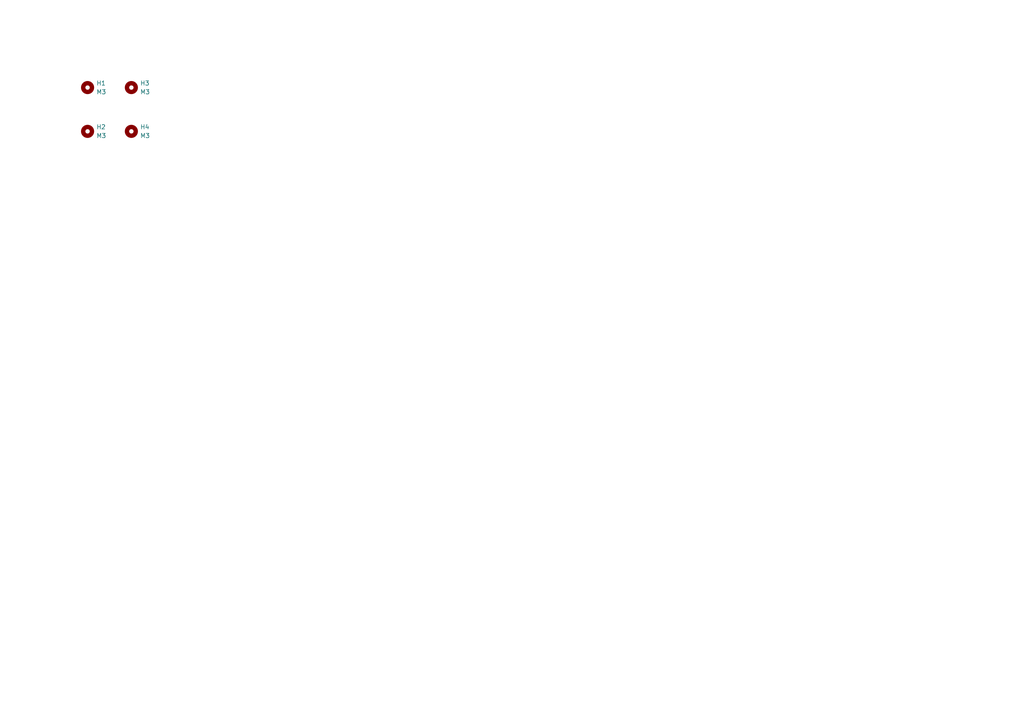
<source format=kicad_sch>
(kicad_sch (version 20231120) (generator "eeschema") (generator_version "8.0")
  (paper "A4")
  (title_block (title "Power Board") (date "2025-01-20") (rev "1.1") (company "SSL A-Team") (comment 1 "Will Stuckey"))
  (lib_symbols
    (symbol "Mechanical:MountingHole" (pin_names (offset 1.016)) (exclude_from_sim yes) (in_bom no)
      (property "Reference" "H" (at 0 5.08 0))
      (property "Value" "MountingHole" (at 0 3.175 0))
      (symbol "MountingHole_0_1"
        (circle (center 0 0) (radius 1.27) (stroke (width 1.27)))
      )
    )
  )
  (symbol (lib_id "Mechanical:MountingHole") (at 38.1 25.4 0) (unit 1) (exclude_from_sim yes) (in_bom no)
    (property "Reference" "H3" (at 40.64 24.1299 0) (effects (justify left)))
    (property "Value" "M3" (at 40.64 26.6699 0) (effects (justify left)))
    (property "Footprint" "MountingHole:MountingHole_3.2mm_M3_Pad_TopBottom" (effects (hide yes)))
    (property "Description" "Mounting Hole without connection" (effects (hide yes)))
  )
  (symbol (lib_id "Mechanical:MountingHole") (at 38.1 38.1 0) (unit 1) (exclude_from_sim yes) (in_bom no)
    (property "Reference" "H4" (at 40.64 36.8299 0) (effects (justify left)))
    (property "Value" "M3" (at 40.64 39.3699 0) (effects (justify left)))
    (property "Footprint" "MountingHole:MountingHole_3.2mm_M3_Pad_TopBottom" (effects (hide yes)))
    (property "Description" "Mounting Hole without connection" (effects (hide yes)))
  )
  (symbol (lib_id "Mechanical:MountingHole") (at 25.4 38.1 0) (unit 1) (exclude_from_sim yes) (in_bom no)
    (property "Reference" "H2" (at 27.94 36.8299 0) (effects (justify left)))
    (property "Value" "M3" (at 27.94 39.3699 0) (effects (justify left)))
    (property "Footprint" "MountingHole:MountingHole_3.2mm_M3_Pad_TopBottom" (effects (hide yes)))
    (property "Description" "Mounting Hole without connection" (effects (hide yes)))
  )
  (symbol (lib_id "Mechanical:MountingHole") (at 25.4 25.4 0) (unit 1) (exclude_from_sim yes) (in_bom no)
    (property "Reference" "H1" (at 27.94 24.1299 0) (effects (justify left)))
    (property "Value" "M3" (at 27.94 26.6699 0) (effects (justify left)))
    (property "Footprint" "MountingHole:MountingHole_3.2mm_M3_Pad_TopBottom" (effects (hide yes)))
    (property "Description" "Mounting Hole without connection" (effects (hide yes)))
  )
)
</source>
